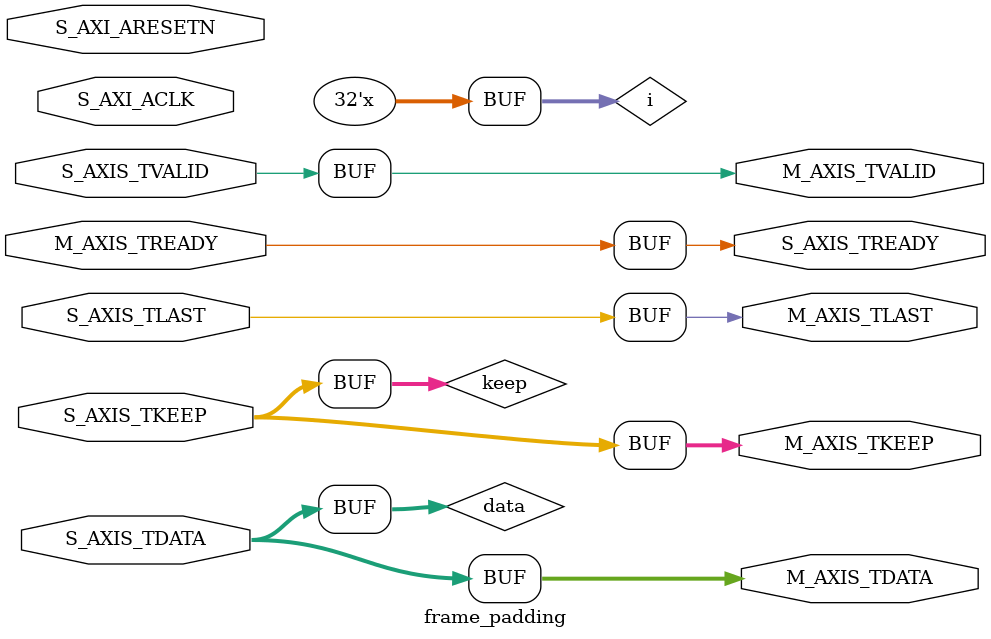
<source format=v>
/************************************************
Copyright (c) 2021, Xilinx, Inc.
All rights reserved.

Redistribution and use in source and binary forms, with or without modification, 
are permitted provided that the following conditions are met:

1. Redistributions of source code must retain the above copyright notice, 
this list of conditions and the following disclaimer.

2. Redistributions in binary form must reproduce the above copyright notice, 
this list of conditions and the following disclaimer in the documentation 
and/or other materials provided with the distribution.

3. Neither the name of the copyright holder nor the names of its contributors 
may be used to endorse or promote products derived from this software 
without specific prior written permission.

THIS SOFTWARE IS PROVIDED BY THE COPYRIGHT HOLDERS AND CONTRIBUTORS "AS IS" AND 
ANY EXPRESS OR IMPLIED WARRANTIES, INCLUDING, BUT NOT LIMITED TO, 
THE IMPLIED WARRANTIES OF MERCHANTABILITY AND FITNESS FOR A PARTICULAR PURPOSE ARE DISCLAIMED. 
IN NO EVENT SHALL THE COPYRIGHT HOLDER OR CONTRIBUTORS BE LIABLE FOR ANY DIRECT, INDIRECT, 
INCIDENTAL, SPECIAL, EXEMPLARY, OR CONSEQUENTIAL DAMAGES (INCLUDING, BUT NOT LIMITED TO, 
PROCUREMENT OF SUBSTITUTE GOODS OR SERVICES; LOSS OF USE, DATA, OR PROFITS; OR BUSINESS INTERRUPTION) 
HOWEVER CAUSED AND ON ANY THEORY OF LIABILITY, WHETHER IN CONTRACT, STRICT LIABILITY, 
OR TORT (INCLUDING NEGLIGENCE OR OTHERWISE) ARISING IN ANY WAY OUT OF THE USE OF THIS SOFTWARE, 
EVEN IF ADVISED OF THE POSSIBILITY OF SUCH DAMAGE. 
************************************************/

/* 
 * This module adds padding to frames shorter than 60-Byte.
 * This is to comply with Integrated 100G Ethernet Subsystem
 * minimum frame length, which is 60-Byte (without FCS)
 */

module frame_padding
#(
    parameter PADDING_MODE = 0 //0 = no padding; 1 = 60B padding; 2 = 64B padding
)
(
    (* X_INTERFACE_INFO = "xilinx.com:signal:clock:1.0 S_AXI_ACLK CLK" *)
    (* X_INTERFACE_PARAMETER = "ASSOCIATED_BUSIF S_AXIS:M_AXIS, ASSOCIATED_RESET S_AXI_ARESETN" *)
    input wire  S_AXI_ACLK,
    (* X_INTERFACE_INFO = "xilinx.com:signal:reset:1.0 S_AXI_ARESETN RST" *)
    (* X_INTERFACE_PARAMETER = "POLARITY ACTIVE_LOW" *)
    input wire  S_AXI_ARESETN,

    // Users to add ports here
    (* X_INTERFACE_INFO = "xilinx.com:interface:axis:1.0 S_AXIS TDATA" *)
    input wire [511:0]              S_AXIS_TDATA,
    (* X_INTERFACE_INFO = "xilinx.com:interface:axis:1.0 S_AXIS TKEEP" *)
    input wire [ 63:0]              S_AXIS_TKEEP,
    (* X_INTERFACE_INFO = "xilinx.com:interface:axis:1.0 S_AXIS TVALID" *)
    input wire                      S_AXIS_TVALID,
    (* X_INTERFACE_INFO = "xilinx.com:interface:axis:1.0 S_AXIS TREADY" *)
    output wire                     S_AXIS_TREADY,
    (* X_INTERFACE_INFO = "xilinx.com:interface:axis:1.0 S_AXIS TLAST" *)
    input wire                      S_AXIS_TLAST,      

    (* X_INTERFACE_INFO = "xilinx.com:interface:axis:1.0 M_AXIS TDATA" *)
    output wire [511:0]             M_AXIS_TDATA,
    (* X_INTERFACE_INFO = "xilinx.com:interface:axis:1.0 M_AXIS TKEEP" *)
    output wire [ 63:0]             M_AXIS_TKEEP,
    (* X_INTERFACE_INFO = "xilinx.com:interface:axis:1.0 M_AXIS TVALID" *)
    output wire                     M_AXIS_TVALID,
    (* X_INTERFACE_INFO = "xilinx.com:interface:axis:1.0 M_AXIS TREADY" *)
    input wire                      M_AXIS_TREADY,
    (* X_INTERFACE_INFO = "xilinx.com:interface:axis:1.0 M_AXIS TLAST" *)
    output wire                     M_AXIS_TLAST
);
    
    reg [511:0] data;
    reg [ 63:0] keep;
    reg         new_frame = 1'b1;
    integer i;

    // Flag when a new frame starts
    always @(posedge S_AXI_ACLK) begin
        if (~S_AXI_ARESETN) begin
            new_frame = 1'b1;
        end
        else begin
            if (S_AXIS_TVALID && S_AXIS_TREADY) begin
                new_frame = S_AXIS_TLAST;     
            end
        end
    end

    always @(*) begin
        // If keep[59] is 0, the frame is shorter than 60-Byte
        if ((PADDING_MODE > 0) && new_frame && (S_AXIS_TKEEP[59] == 0)) begin
            // Force frame to be 60-Byte or 64-Byte
            if(PADDING_MODE == 2) begin
                keep = {64{1'b1}};
            end else begin
                keep = {4'h0,{60{1'b1}}};
            end
            data[511:480] = 32'h0;
            // Pad remaining bytes with zeros
            for (i = 0; i < 60; i = i+1) begin
                if (S_AXIS_TKEEP[i])
                    data[i*8 +: 8] = S_AXIS_TDATA[i*8 +: 8];
                else
                    data[i*8 +: 8] = 8'h0;
            end
        end
        else begin
            data = S_AXIS_TDATA;
            keep = S_AXIS_TKEEP;
        end
    end


    // Valid, ready and last are bypassed unmodified
    assign S_AXIS_TREADY = M_AXIS_TREADY;
    assign M_AXIS_TVALID = S_AXIS_TVALID;
    assign M_AXIS_TLAST = S_AXIS_TLAST;
    // Assign padded frame
    assign M_AXIS_TDATA = data;
    assign M_AXIS_TKEEP = keep;


endmodule


</source>
